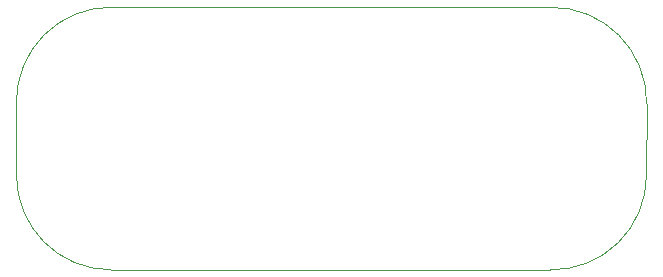
<source format=gm1>
G04 #@! TF.GenerationSoftware,KiCad,Pcbnew,(6.0.5)*
G04 #@! TF.CreationDate,2022-05-21T17:20:31+08:00*
G04 #@! TF.ProjectId,AT Sprint 3B.1 filter,41542053-7072-4696-9e74-2033422e3120,rev?*
G04 #@! TF.SameCoordinates,Original*
G04 #@! TF.FileFunction,Profile,NP*
%FSLAX46Y46*%
G04 Gerber Fmt 4.6, Leading zero omitted, Abs format (unit mm)*
G04 Created by KiCad (PCBNEW (6.0.5)) date 2022-05-21 17:20:31*
%MOMM*%
%LPD*%
G01*
G04 APERTURE LIST*
G04 #@! TA.AperFunction,Profile*
%ADD10C,0.100000*%
G04 #@! TD*
G04 APERTURE END LIST*
D10*
X99942361Y-47618361D02*
X137160000Y-47625000D01*
X91948000Y-61849000D02*
X91941362Y-55619361D01*
X145300421Y-55777496D02*
G75*
G03*
X137160000Y-47625000I-8026021J126296D01*
G01*
X99942361Y-47618362D02*
G75*
G03*
X91941362Y-55619361I-1J-8000998D01*
G01*
X137160000Y-69850000D02*
G75*
G03*
X145288000Y-61849000I125850J8001160D01*
G01*
X99949000Y-69849999D02*
X137160000Y-69849999D01*
X91948001Y-61849000D02*
G75*
G03*
X99949000Y-69849999I8000999J0D01*
G01*
X145300408Y-55777496D02*
X145288000Y-61849000D01*
M02*

</source>
